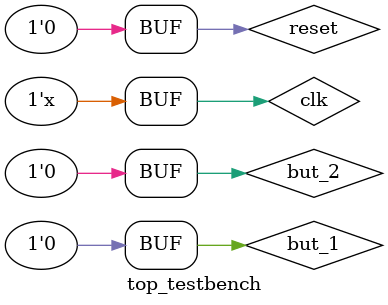
<source format=v>
`timescale 1ns / 1ps


module top_testbench(

    );
    reg clk;
    reg but_1;
    reg but_2;
    reg reset;
    wire [15:0] led;
    
    top dut(.clk(clk), .but_1(but_1), .but_2(but_2), .reset_clk(reset),  .leds(led));
    
    always #50 clk = ~clk;
    
    initial begin
        clk = 0;        
        #100 reset = 0;
        #200 reset = 1;
        #10 reset = 0;
        
        #100 but_1 = 1;
        #4200 but_1 = 0;
            but_2 = 0;
         
         //#2980 but_2 = 1;
         //#3050 but_2 = 0;
        
    end
        
endmodule


</source>
